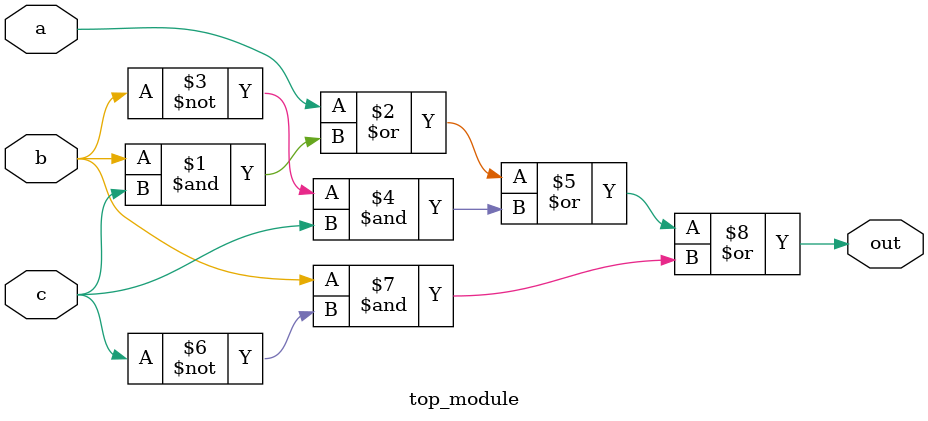
<source format=sv>
module top_module(
    input a, 
    input b,
    input c,
    output out
);
    // Karnaugh map simplification indicates that the output is 1 when a is 1 or when "bc" is "01" or "11" or "10".
    assign out = a | (b & c) | (~b & c) | (b & ~c);

endmodule

</source>
